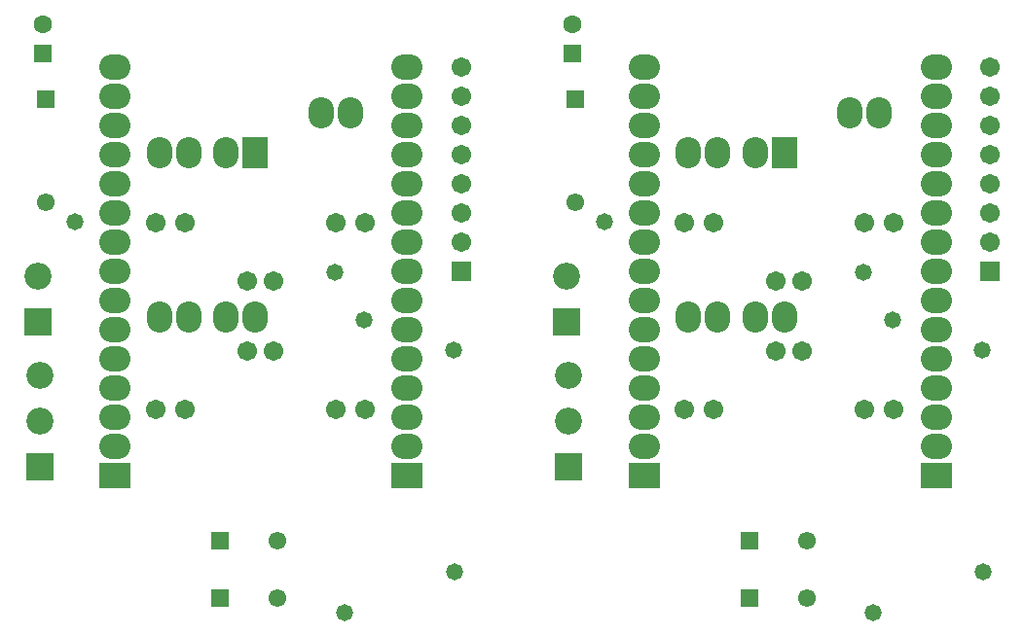
<source format=gbr>
G04*
G04 #@! TF.GenerationSoftware,Altium Limited,Altium Designer,25.4.2 (15)*
G04*
G04 Layer_Color=16711935*
%FSLAX44Y44*%
%MOMM*%
G71*
G04*
G04 #@! TF.SameCoordinates,9E434B86-177F-4C43-98DC-E9B8BA562479*
G04*
G04*
G04 #@! TF.FilePolarity,Negative*
G04*
G01*
G75*
%ADD33R,2.2032X2.7032*%
%ADD34O,2.2032X2.7032*%
%ADD35C,1.5532*%
%ADD36R,1.5532X1.5532*%
%ADD37R,2.7032X2.2032*%
%ADD38O,2.7032X2.2032*%
%ADD39C,1.7032*%
%ADD40R,1.7032X1.7032*%
%ADD41C,2.3532*%
%ADD42R,2.3532X2.3532*%
%ADD43C,1.6032*%
%ADD44R,1.6032X1.6032*%
%ADD45R,1.5532X1.5532*%
%ADD46C,1.4732*%
D33*
X1750468Y702226D02*
D03*
X2210528D02*
D03*
D34*
X1725068D02*
D03*
X1692418D02*
D03*
X1667018D02*
D03*
X1750468Y558826D02*
D03*
X1725068D02*
D03*
X1692418D02*
D03*
X1667018D02*
D03*
X1832818Y736626D02*
D03*
X1807418D02*
D03*
X2185128Y702226D02*
D03*
X2152478D02*
D03*
X2127078D02*
D03*
X2210528Y558826D02*
D03*
X2185128D02*
D03*
X2152478D02*
D03*
X2127078D02*
D03*
X2292878Y736626D02*
D03*
X2267478D02*
D03*
D35*
X1769718Y314726D02*
D03*
Y363976D02*
D03*
X1568218Y658976D02*
D03*
X2229778Y314726D02*
D03*
Y363976D02*
D03*
X2028278Y658976D02*
D03*
D36*
X1719718Y314726D02*
D03*
Y363976D02*
D03*
X2179778Y314726D02*
D03*
Y363976D02*
D03*
D37*
X1628468Y420926D02*
D03*
X1882468D02*
D03*
X2088528D02*
D03*
X2342528D02*
D03*
D38*
X1628468Y446326D02*
D03*
Y471726D02*
D03*
Y522526D02*
D03*
Y547926D02*
D03*
Y573326D02*
D03*
Y598726D02*
D03*
Y624126D02*
D03*
Y649526D02*
D03*
Y674926D02*
D03*
Y700326D02*
D03*
Y725726D02*
D03*
Y751126D02*
D03*
Y776526D02*
D03*
Y497126D02*
D03*
X1882468Y446326D02*
D03*
Y471726D02*
D03*
Y497126D02*
D03*
Y522526D02*
D03*
Y547926D02*
D03*
Y573326D02*
D03*
Y598726D02*
D03*
Y624126D02*
D03*
Y649526D02*
D03*
Y674926D02*
D03*
Y700326D02*
D03*
Y725726D02*
D03*
Y751126D02*
D03*
Y776526D02*
D03*
X2088528Y446326D02*
D03*
Y471726D02*
D03*
Y522526D02*
D03*
Y547926D02*
D03*
Y573326D02*
D03*
Y598726D02*
D03*
Y624126D02*
D03*
Y649526D02*
D03*
Y674926D02*
D03*
Y700326D02*
D03*
Y725726D02*
D03*
Y751126D02*
D03*
Y776526D02*
D03*
Y497126D02*
D03*
X2342528Y446326D02*
D03*
Y471726D02*
D03*
Y497126D02*
D03*
Y522526D02*
D03*
Y547926D02*
D03*
Y573326D02*
D03*
Y598726D02*
D03*
Y624126D02*
D03*
Y649526D02*
D03*
Y674926D02*
D03*
Y700326D02*
D03*
Y725726D02*
D03*
Y751126D02*
D03*
Y776526D02*
D03*
D39*
X1743218Y590776D02*
D03*
Y529226D02*
D03*
X1929468Y624126D02*
D03*
Y649526D02*
D03*
Y674926D02*
D03*
Y700326D02*
D03*
Y725726D02*
D03*
Y751126D02*
D03*
Y776526D02*
D03*
X1663718Y641286D02*
D03*
X1689118D02*
D03*
X1765968Y529226D02*
D03*
Y590776D02*
D03*
X1845468Y478726D02*
D03*
X1820068D02*
D03*
Y641286D02*
D03*
X1845468D02*
D03*
X1689118Y478726D02*
D03*
X1663718D02*
D03*
X2203278Y590776D02*
D03*
Y529226D02*
D03*
X2389528Y624126D02*
D03*
Y649526D02*
D03*
Y674926D02*
D03*
Y700326D02*
D03*
Y725726D02*
D03*
Y751126D02*
D03*
Y776526D02*
D03*
X2123778Y641286D02*
D03*
X2149178D02*
D03*
X2226028Y529226D02*
D03*
Y590776D02*
D03*
X2305528Y478726D02*
D03*
X2280128D02*
D03*
Y641286D02*
D03*
X2305528D02*
D03*
X2149178Y478726D02*
D03*
X2123778D02*
D03*
D40*
X1929468Y598726D02*
D03*
X2389528D02*
D03*
D41*
X1562718Y508076D02*
D03*
Y468476D02*
D03*
X1561218Y594726D02*
D03*
X2022778Y508076D02*
D03*
Y468476D02*
D03*
X2021278Y594726D02*
D03*
D42*
X1562718Y428876D02*
D03*
X1561218Y555126D02*
D03*
X2022778Y428876D02*
D03*
X2021278Y555126D02*
D03*
D43*
X1565718Y813927D02*
D03*
X2025778D02*
D03*
D44*
X1565718Y788526D02*
D03*
X2025778D02*
D03*
D45*
X1568218Y748976D02*
D03*
X2028278D02*
D03*
D46*
X1593718Y641726D02*
D03*
X1844468Y556726D02*
D03*
X1923468Y337226D02*
D03*
X1819468Y597726D02*
D03*
X1827718Y301976D02*
D03*
X1922594Y530306D02*
D03*
X2053778Y641726D02*
D03*
X2304528Y556726D02*
D03*
X2383528Y337226D02*
D03*
X2279528Y597726D02*
D03*
X2287778Y301976D02*
D03*
X2382654Y530306D02*
D03*
M02*

</source>
